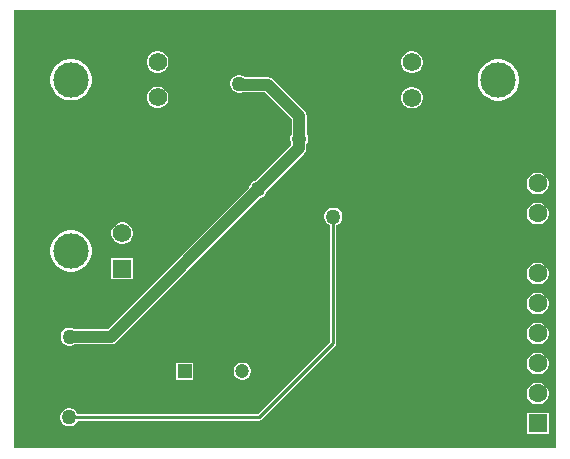
<source format=gbl>
G04*
G04 #@! TF.GenerationSoftware,Altium Limited,Altium Designer,23.4.1 (23)*
G04*
G04 Layer_Physical_Order=2*
G04 Layer_Color=16711680*
%FSLAX44Y44*%
%MOMM*%
G71*
G04*
G04 #@! TF.SameCoordinates,1A97636D-EE55-4475-9E38-B8671C0F235C*
G04*
G04*
G04 #@! TF.FilePolarity,Positive*
G04*
G01*
G75*
%ADD14C,0.2540*%
%ADD49C,3.0000*%
%ADD50R,1.5700X1.5700*%
%ADD51C,1.5700*%
%ADD60C,1.0000*%
%ADD61C,1.6000*%
%ADD62R,1.6000X1.6000*%
%ADD63R,1.2000X1.2000*%
%ADD64C,1.2000*%
%ADD65C,1.2700*%
G36*
X918711Y402089D02*
X459239D01*
Y772661D01*
X918711D01*
Y402089D01*
D02*
G37*
%LPC*%
G36*
X582401Y738100D02*
X579999D01*
X577680Y737478D01*
X575600Y736278D01*
X573902Y734580D01*
X572701Y732500D01*
X572080Y730181D01*
Y727779D01*
X572701Y725460D01*
X573902Y723380D01*
X575600Y721682D01*
X577680Y720481D01*
X579999Y719860D01*
X582401D01*
X584720Y720481D01*
X586800Y721682D01*
X588498Y723380D01*
X589698Y725460D01*
X590320Y727779D01*
Y730181D01*
X589698Y732500D01*
X588498Y734580D01*
X586800Y736278D01*
X584720Y737478D01*
X582401Y738100D01*
D02*
G37*
G36*
X797691Y737860D02*
X795289D01*
X792970Y737238D01*
X790890Y736038D01*
X789192Y734340D01*
X787991Y732260D01*
X787370Y729941D01*
Y727539D01*
X787991Y725220D01*
X789192Y723140D01*
X790890Y721442D01*
X792970Y720241D01*
X795289Y719620D01*
X797691D01*
X800010Y720241D01*
X802090Y721442D01*
X803788Y723140D01*
X804988Y725220D01*
X805610Y727539D01*
Y729941D01*
X804988Y732260D01*
X803788Y734340D01*
X802090Y736038D01*
X800010Y737238D01*
X797691Y737860D01*
D02*
G37*
G36*
X509724Y731480D02*
X506276D01*
X502895Y730807D01*
X499711Y729488D01*
X496844Y727573D01*
X494407Y725136D01*
X492492Y722269D01*
X491172Y719085D01*
X490500Y715704D01*
Y712256D01*
X491172Y708875D01*
X492492Y705691D01*
X494407Y702824D01*
X496844Y700387D01*
X499711Y698472D01*
X502895Y697152D01*
X506276Y696480D01*
X509724D01*
X513105Y697152D01*
X516289Y698472D01*
X519156Y700387D01*
X521593Y702824D01*
X523508Y705691D01*
X524827Y708875D01*
X525500Y712256D01*
Y715704D01*
X524827Y719085D01*
X523508Y722269D01*
X521593Y725136D01*
X519156Y727573D01*
X516289Y729488D01*
X513105Y730807D01*
X509724Y731480D01*
D02*
G37*
G36*
X871414Y731240D02*
X867966D01*
X864585Y730567D01*
X861401Y729248D01*
X858534Y727333D01*
X856097Y724896D01*
X854182Y722029D01*
X852862Y718845D01*
X852190Y715464D01*
Y712016D01*
X852862Y708635D01*
X854182Y705451D01*
X856097Y702584D01*
X858534Y700147D01*
X861401Y698232D01*
X864585Y696913D01*
X867966Y696240D01*
X871414D01*
X874795Y696913D01*
X877979Y698232D01*
X880846Y700147D01*
X883283Y702584D01*
X885198Y705451D01*
X886517Y708635D01*
X887190Y712016D01*
Y715464D01*
X886517Y718845D01*
X885198Y722029D01*
X883283Y724896D01*
X880846Y727333D01*
X877979Y729248D01*
X874795Y730567D01*
X871414Y731240D01*
D02*
G37*
G36*
X582401Y708100D02*
X579999D01*
X577680Y707478D01*
X575600Y706278D01*
X573902Y704580D01*
X572701Y702500D01*
X572080Y700181D01*
Y697779D01*
X572701Y695460D01*
X573902Y693380D01*
X575600Y691682D01*
X577680Y690481D01*
X579999Y689860D01*
X582401D01*
X584720Y690481D01*
X586800Y691682D01*
X588498Y693380D01*
X589698Y695460D01*
X590320Y697779D01*
Y700181D01*
X589698Y702500D01*
X588498Y704580D01*
X586800Y706278D01*
X584720Y707478D01*
X582401Y708100D01*
D02*
G37*
G36*
X797691Y707860D02*
X795289D01*
X792970Y707238D01*
X790890Y706038D01*
X789192Y704340D01*
X787991Y702260D01*
X787370Y699941D01*
Y697539D01*
X787991Y695220D01*
X789192Y693140D01*
X790890Y691442D01*
X792970Y690241D01*
X795289Y689620D01*
X797691D01*
X800010Y690241D01*
X802090Y691442D01*
X803788Y693140D01*
X804988Y695220D01*
X805610Y697539D01*
Y699941D01*
X804988Y702260D01*
X803788Y704340D01*
X802090Y706038D01*
X800010Y707238D01*
X797691Y707860D01*
D02*
G37*
G36*
X904190Y635380D02*
X901750D01*
X899392Y634748D01*
X897278Y633528D01*
X895552Y631802D01*
X894332Y629688D01*
X893700Y627330D01*
Y624890D01*
X894332Y622532D01*
X895552Y620418D01*
X897278Y618692D01*
X899392Y617472D01*
X901750Y616840D01*
X904190D01*
X906548Y617472D01*
X908662Y618692D01*
X910388Y620418D01*
X911608Y622532D01*
X912240Y624890D01*
Y627330D01*
X911608Y629688D01*
X910388Y631802D01*
X908662Y633528D01*
X906548Y634748D01*
X904190Y635380D01*
D02*
G37*
G36*
Y609980D02*
X901750D01*
X899392Y609348D01*
X897278Y608128D01*
X895552Y606402D01*
X894332Y604288D01*
X893700Y601930D01*
Y599490D01*
X894332Y597132D01*
X895552Y595018D01*
X897278Y593292D01*
X899392Y592072D01*
X901750Y591440D01*
X904190D01*
X906548Y592072D01*
X908662Y593292D01*
X910388Y595018D01*
X911608Y597132D01*
X912240Y599490D01*
Y601930D01*
X911608Y604288D01*
X910388Y606402D01*
X908662Y608128D01*
X906548Y609348D01*
X904190Y609980D01*
D02*
G37*
G36*
X552401Y593080D02*
X549999D01*
X547680Y592458D01*
X545600Y591258D01*
X543902Y589560D01*
X542701Y587480D01*
X542080Y585161D01*
Y582759D01*
X542701Y580440D01*
X543902Y578360D01*
X545600Y576662D01*
X547680Y575462D01*
X549999Y574840D01*
X552401D01*
X554720Y575462D01*
X556800Y576662D01*
X558498Y578360D01*
X559698Y580440D01*
X560320Y582759D01*
Y585161D01*
X559698Y587480D01*
X558498Y589560D01*
X556800Y591258D01*
X554720Y592458D01*
X552401Y593080D01*
D02*
G37*
G36*
X509724Y586460D02*
X506276D01*
X502895Y585788D01*
X499711Y584468D01*
X496844Y582553D01*
X494407Y580116D01*
X492492Y577249D01*
X491172Y574065D01*
X490500Y570684D01*
Y567236D01*
X491172Y563855D01*
X492492Y560671D01*
X494407Y557804D01*
X496844Y555367D01*
X499711Y553452D01*
X502895Y552132D01*
X506276Y551460D01*
X509724D01*
X513105Y552132D01*
X516289Y553452D01*
X519156Y555367D01*
X521593Y557804D01*
X523508Y560671D01*
X524827Y563855D01*
X525500Y567236D01*
Y570684D01*
X524827Y574065D01*
X523508Y577249D01*
X521593Y580116D01*
X519156Y582553D01*
X516289Y584468D01*
X513105Y585788D01*
X509724Y586460D01*
D02*
G37*
G36*
X560320Y563080D02*
X542080D01*
Y544840D01*
X560320D01*
Y563080D01*
D02*
G37*
G36*
X904190Y559180D02*
X901750D01*
X899392Y558548D01*
X897278Y557328D01*
X895552Y555602D01*
X894332Y553488D01*
X893700Y551130D01*
Y548690D01*
X894332Y546332D01*
X895552Y544218D01*
X897278Y542492D01*
X899392Y541272D01*
X901750Y540640D01*
X904190D01*
X906548Y541272D01*
X908662Y542492D01*
X910388Y544218D01*
X911608Y546332D01*
X912240Y548690D01*
Y551130D01*
X911608Y553488D01*
X910388Y555602D01*
X908662Y557328D01*
X906548Y558548D01*
X904190Y559180D01*
D02*
G37*
G36*
Y533780D02*
X901750D01*
X899392Y533148D01*
X897278Y531928D01*
X895552Y530202D01*
X894332Y528088D01*
X893700Y525730D01*
Y523290D01*
X894332Y520932D01*
X895552Y518818D01*
X897278Y517092D01*
X899392Y515872D01*
X901750Y515240D01*
X904190D01*
X906548Y515872D01*
X908662Y517092D01*
X910388Y518818D01*
X911608Y520932D01*
X912240Y523290D01*
Y525730D01*
X911608Y528088D01*
X910388Y530202D01*
X908662Y531928D01*
X906548Y533148D01*
X904190Y533780D01*
D02*
G37*
G36*
X651348Y717975D02*
X649342D01*
X647404Y717456D01*
X645666Y716452D01*
X644248Y715034D01*
X643244Y713296D01*
X642725Y711358D01*
Y709352D01*
X643244Y707414D01*
X644248Y705676D01*
X645666Y704257D01*
X647404Y703254D01*
X649342Y702735D01*
X651348D01*
X653286Y703254D01*
X653617Y703446D01*
X671764D01*
X694857Y680352D01*
Y668167D01*
X694149Y666941D01*
X693630Y665003D01*
Y662997D01*
X694149Y661059D01*
X694341Y660727D01*
Y658381D01*
X664426Y628467D01*
X663059Y628101D01*
X661321Y627098D01*
X659902Y625679D01*
X658899Y623941D01*
X658533Y622574D01*
X538852Y502893D01*
X510760D01*
X509534Y503601D01*
X507596Y504120D01*
X505589D01*
X503651Y503601D01*
X501914Y502598D01*
X500495Y501179D01*
X499492Y499441D01*
X498973Y497503D01*
Y495497D01*
X499492Y493559D01*
X500495Y491821D01*
X501914Y490402D01*
X503651Y489399D01*
X505589Y488880D01*
X507596D01*
X509534Y489399D01*
X510760Y490107D01*
X541500D01*
X543946Y490594D01*
X546020Y491980D01*
X667574Y613533D01*
X668941Y613899D01*
X670679Y614902D01*
X672097Y616321D01*
X673101Y618059D01*
X673467Y619426D01*
X705254Y651213D01*
X706640Y653287D01*
X707126Y655733D01*
Y659100D01*
X707347Y659321D01*
X708351Y661059D01*
X708870Y662997D01*
Y665003D01*
X708351Y666941D01*
X707643Y668167D01*
Y683000D01*
X707156Y685446D01*
X705770Y687520D01*
X678932Y714359D01*
X676858Y715745D01*
X674412Y716231D01*
X655245D01*
X655024Y716452D01*
X653286Y717456D01*
X651348Y717975D01*
D02*
G37*
G36*
X904190Y508380D02*
X901750D01*
X899392Y507748D01*
X897278Y506528D01*
X895552Y504802D01*
X894332Y502688D01*
X893700Y500330D01*
Y497890D01*
X894332Y495532D01*
X895552Y493418D01*
X897278Y491692D01*
X899392Y490472D01*
X901750Y489840D01*
X904190D01*
X906548Y490472D01*
X908662Y491692D01*
X910388Y493418D01*
X911608Y495532D01*
X912240Y497890D01*
Y500330D01*
X911608Y502688D01*
X910388Y504802D01*
X908662Y506528D01*
X906548Y507748D01*
X904190Y508380D01*
D02*
G37*
G36*
Y482980D02*
X901750D01*
X899392Y482348D01*
X897278Y481128D01*
X895552Y479402D01*
X894332Y477288D01*
X893700Y474930D01*
Y472490D01*
X894332Y470132D01*
X895552Y468018D01*
X897278Y466292D01*
X899392Y465072D01*
X901750Y464440D01*
X904190D01*
X906548Y465072D01*
X908662Y466292D01*
X910388Y468018D01*
X911608Y470132D01*
X912240Y472490D01*
Y474930D01*
X911608Y477288D01*
X910388Y479402D01*
X908662Y481128D01*
X906548Y482348D01*
X904190Y482980D01*
D02*
G37*
G36*
X653848Y474345D02*
X651933D01*
X650084Y473850D01*
X648427Y472892D01*
X647073Y471539D01*
X646116Y469881D01*
X645620Y468032D01*
Y466118D01*
X646116Y464269D01*
X647073Y462611D01*
X648427Y461258D01*
X650084Y460300D01*
X651933Y459805D01*
X653848D01*
X655696Y460300D01*
X657354Y461258D01*
X658708Y462611D01*
X659665Y464269D01*
X660160Y466118D01*
Y468032D01*
X659665Y469881D01*
X658708Y471539D01*
X657354Y472892D01*
X655696Y473850D01*
X653848Y474345D01*
D02*
G37*
G36*
X611360D02*
X596820D01*
Y459805D01*
X611360D01*
Y474345D01*
D02*
G37*
G36*
X904190Y457580D02*
X901750D01*
X899392Y456948D01*
X897278Y455728D01*
X895552Y454002D01*
X894332Y451888D01*
X893700Y449530D01*
Y447090D01*
X894332Y444732D01*
X895552Y442618D01*
X897278Y440892D01*
X899392Y439672D01*
X901750Y439040D01*
X904190D01*
X906548Y439672D01*
X908662Y440892D01*
X910388Y442618D01*
X911608Y444732D01*
X912240Y447090D01*
Y449530D01*
X911608Y451888D01*
X910388Y454002D01*
X908662Y455728D01*
X906548Y456948D01*
X904190Y457580D01*
D02*
G37*
G36*
X731003Y605620D02*
X728997D01*
X727059Y605101D01*
X725321Y604098D01*
X723903Y602679D01*
X722899Y600941D01*
X722380Y599003D01*
Y596997D01*
X722899Y595059D01*
X723903Y593321D01*
X725321Y591903D01*
X727059Y590899D01*
X727410Y590805D01*
Y492073D01*
X665927Y430590D01*
X513537D01*
X513443Y430941D01*
X512440Y432679D01*
X511021Y434098D01*
X509284Y435101D01*
X507346Y435620D01*
X505339D01*
X503401Y435101D01*
X501664Y434098D01*
X500245Y432679D01*
X499242Y430941D01*
X498722Y429003D01*
Y426997D01*
X499242Y425059D01*
X500245Y423321D01*
X501664Y421903D01*
X503401Y420899D01*
X505339Y420380D01*
X507346D01*
X509284Y420899D01*
X511021Y421903D01*
X512440Y423321D01*
X513443Y425059D01*
X513537Y425410D01*
X667000D01*
X667991Y425607D01*
X668831Y426169D01*
X731831Y489169D01*
X732393Y490009D01*
X732590Y491000D01*
Y590805D01*
X732941Y590899D01*
X734679Y591903D01*
X736097Y593321D01*
X737101Y595059D01*
X737620Y596997D01*
Y599003D01*
X737101Y600941D01*
X736097Y602679D01*
X734679Y604098D01*
X732941Y605101D01*
X731003Y605620D01*
D02*
G37*
G36*
X912240Y432180D02*
X893700D01*
Y413640D01*
X912240D01*
Y432180D01*
D02*
G37*
%LPD*%
D14*
X667000Y428000D02*
X730000Y491000D01*
Y598000D01*
X506343Y428000D02*
X667000D01*
D49*
X800000Y600000D02*
D03*
X545000Y470000D02*
D03*
X680000Y750000D02*
D03*
X869690Y713740D02*
D03*
X508000Y713980D02*
D03*
Y568960D02*
D03*
D50*
X826490Y728740D02*
D03*
X551200Y698980D02*
D03*
X551200Y553960D02*
D03*
D51*
X826490Y698740D02*
D03*
X796490Y728740D02*
D03*
Y698740D02*
D03*
X581200Y728980D02*
D03*
Y698980D02*
D03*
X551200Y728980D02*
D03*
X551200Y583960D02*
D03*
D60*
X650862Y709838D02*
X674412D01*
X701250Y683000D01*
Y664000D02*
Y683000D01*
X650345Y710355D02*
X650862Y709838D01*
X666000Y621000D02*
X700733Y655733D01*
Y663483D01*
X701250Y664000D01*
X506592Y496500D02*
X541500D01*
X666000Y621000D01*
D61*
X902970Y549910D02*
D03*
Y499110D02*
D03*
Y448310D02*
D03*
Y473710D02*
D03*
Y524510D02*
D03*
Y575310D02*
D03*
Y600710D02*
D03*
Y626110D02*
D03*
D62*
Y422910D02*
D03*
D63*
X604090Y467075D02*
D03*
D64*
X652890D02*
D03*
D65*
X677566Y677000D02*
D03*
X701250Y664000D02*
D03*
X506592Y496500D02*
D03*
X506343Y428000D02*
D03*
X730000Y598000D02*
D03*
X666000Y621000D02*
D03*
X650345Y710355D02*
D03*
M02*

</source>
